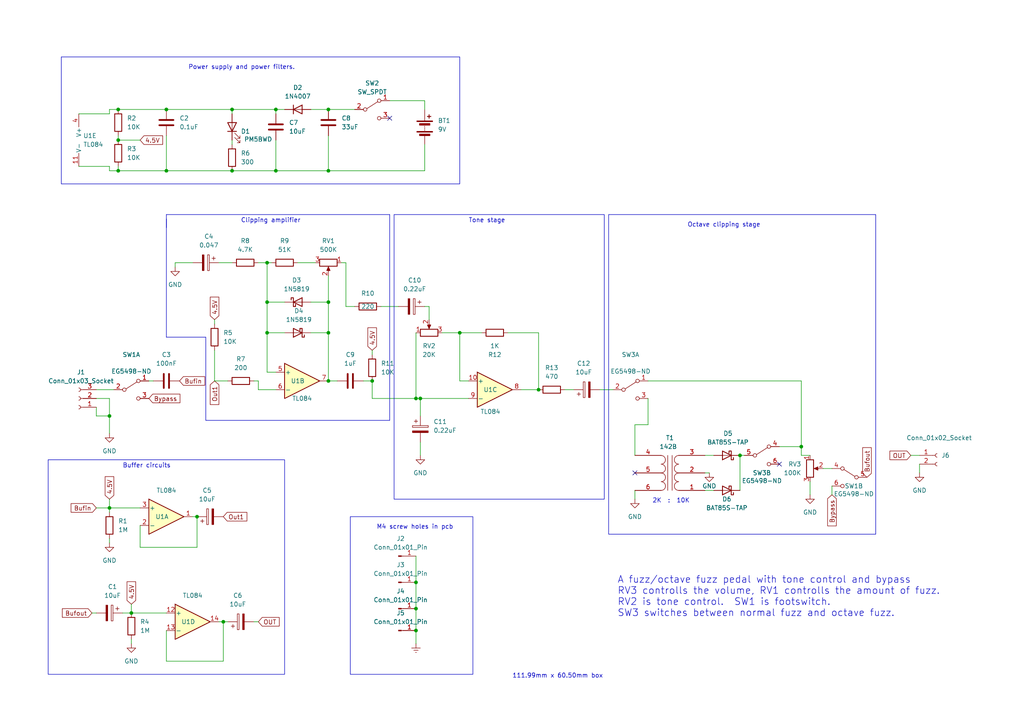
<source format=kicad_sch>
(kicad_sch (version 20230121) (generator eeschema)
  (paper "A4")
  (lib_symbols
    (symbol "Amplifier_Operational:TL084" (pin_names (offset 0.127))
      (property "Reference" "U" (at 0 5.08 0))
      (property "Value" "TL084" (at 0 -5.08 0))
      (symbol "TL084_1_1"
        (polyline (pts (xy -5.08 5.08) (xy 5.08 0) (xy -5.08 -5.08) (xy -5.08 5.08)) (stroke (width 0.254)) (fill (type background)))
        (pin output line (at 7.62 0 180) (length 2.54) (name "~") (number "1"))
        (pin input line (at -7.62 -2.54 0) (length 2.54) (name "-") (number "2"))
        (pin input line (at -7.62 2.54 0) (length 2.54) (name "+") (number "3"))
      )
      (symbol "TL084_2_1"
        (polyline (pts (xy -5.08 5.08) (xy 5.08 0) (xy -5.08 -5.08) (xy -5.08 5.08)) (stroke (width 0.254)) (fill (type background)))
        (pin input line (at -7.62 2.54 0) (length 2.54) (name "+") (number "5"))
        (pin input line (at -7.62 -2.54 0) (length 2.54) (name "-") (number "6"))
        (pin output line (at 7.62 0 180) (length 2.54) (name "~") (number "7"))
      )
      (symbol "TL084_3_1"
        (polyline (pts (xy -5.08 5.08) (xy 5.08 0) (xy -5.08 -5.08) (xy -5.08 5.08)) (stroke (width 0.254)) (fill (type background)))
        (pin input line (at -7.62 2.54 0) (length 2.54) (name "+") (number "10"))
        (pin output line (at 7.62 0 180) (length 2.54) (name "~") (number "8"))
        (pin input line (at -7.62 -2.54 0) (length 2.54) (name "-") (number "9"))
      )
      (symbol "TL084_4_1"
        (polyline (pts (xy -5.08 5.08) (xy 5.08 0) (xy -5.08 -5.08) (xy -5.08 5.08)) (stroke (width 0.254)) (fill (type background)))
        (pin input line (at -7.62 2.54 0) (length 2.54) (name "+") (number "12"))
        (pin input line (at -7.62 -2.54 0) (length 2.54) (name "-") (number "13"))
        (pin output line (at 7.62 0 180) (length 2.54) (name "~") (number "14"))
      )
      (symbol "TL084_5_1"
        (pin power_in line (at -2.54 -7.62 90) (length 3.81) (name "V-") (number "11"))
        (pin power_in line (at -2.54 7.62 270) (length 3.81) (name "V+") (number "4"))
      )
    )
    (symbol "Connector:Conn_01x01_Pin" (pin_names (offset 1.016) hide)
      (property "Reference" "J" (at 0 2.54 0))
      (property "Value" "Conn_01x01_Pin" (at 0 -2.54 0))
      (symbol "Conn_01x01_Pin_1_1"
        (polyline (pts (xy 1.27 0) (xy 0.8636 0)) (stroke (width 0.1524)))
        (rectangle (start 0.8636 0.127) (end 0 -0.127) (stroke (width 0.1524)) (fill (type outline)))
        (pin passive line (at 5.08 0 180) (length 3.81) (name "Pin_1") (number "1"))
      )
    )
    (symbol "Connector:Conn_01x02_Socket" (pin_names (offset 1.016) hide)
      (property "Reference" "J" (at 0 2.54 0))
      (property "Value" "Conn_01x02_Socket" (at 0 -5.08 0))
      (symbol "Conn_01x02_Socket_1_1"
        (arc (start 0 -2.032) (mid -0.5058 -2.54) (end 0 -3.048) (stroke (width 0.1524)))
        (polyline (pts (xy -1.27 -2.54) (xy -0.508 -2.54)) (stroke (width 0.1524)))
        (polyline (pts (xy -1.27 0) (xy -0.508 0)) (stroke (width 0.1524)))
        (arc (start 0 0.508) (mid -0.5058 0) (end 0 -0.508) (stroke (width 0.1524)))
        (pin passive line (at -5.08 0 0) (length 3.81) (name "Pin_1") (number "1"))
        (pin passive line (at -5.08 -2.54 0) (length 3.81) (name "Pin_2") (number "2"))
      )
    )
    (symbol "Connector:Conn_01x03_Socket" (pin_names (offset 1.016) hide)
      (property "Reference" "J" (at 0 5.08 0))
      (property "Value" "Conn_01x03_Socket" (at 0 -5.08 0))
      (symbol "Conn_01x03_Socket_1_1"
        (arc (start 0 -2.032) (mid -0.5058 -2.54) (end 0 -3.048) (stroke (width 0.1524)))
        (polyline (pts (xy -1.27 -2.54) (xy -0.508 -2.54)) (stroke (width 0.1524)))
        (polyline (pts (xy -1.27 0) (xy -0.508 0)) (stroke (width 0.1524)))
        (polyline (pts (xy -1.27 2.54) (xy -0.508 2.54)) (stroke (width 0.1524)))
        (arc (start 0 0.508) (mid -0.5058 0) (end 0 -0.508) (stroke (width 0.1524)))
        (arc (start 0 3.048) (mid -0.5058 2.54) (end 0 2.032) (stroke (width 0.1524)))
        (pin passive line (at -5.08 2.54 0) (length 3.81) (name "Pin_1") (number "1"))
        (pin passive line (at -5.08 0 0) (length 3.81) (name "Pin_2") (number "2"))
        (pin passive line (at -5.08 -2.54 0) (length 3.81) (name "Pin_3") (number "3"))
      )
    )
    (symbol "Device:Battery" (pin_numbers hide) (pin_names (offset 0) hide)
      (property "Reference" "BT" (at 2.54 2.54 0))
      (property "Value" "Battery" (at 2.54 0 0))
      (symbol "Battery_0_1"
        (rectangle (start -2.286 -1.27) (end 2.286 -1.524) (fill (type outline)))
        (rectangle (start -2.286 1.778) (end 2.286 1.524) (fill (type outline)))
        (rectangle (start -1.524 -2.032) (end 1.524 -2.54) (fill (type outline)))
        (rectangle (start -1.524 1.016) (end 1.524 0.508) (fill (type outline)))
        (polyline (pts (xy 0 -1.016) (xy 0 -0.762)))
        (polyline (pts (xy 0 -0.508) (xy 0 -0.254)))
        (polyline (pts (xy 0 0) (xy 0 0.254)))
        (polyline (pts (xy 0 1.778) (xy 0 2.54)))
        (polyline (pts (xy 0.762 3.048) (xy 1.778 3.048)) (stroke (width 0.254)))
        (polyline (pts (xy 1.27 3.556) (xy 1.27 2.54)) (stroke (width 0.254)))
      )
      (symbol "Battery_1_1"
        (pin passive line (at 0 5.08 270) (length 2.54) (name "+") (number "1"))
        (pin passive line (at 0 -5.08 90) (length 2.54) (name "-") (number "2"))
      )
    )
    (symbol "Device:C" (pin_numbers hide) (pin_names (offset 0.254))
      (property "Reference" "C" (at 0.635 2.54 0))
      (property "Value" "C" (at 0.635 -2.54 0))
      (symbol "C_0_1"
        (polyline (pts (xy -2.032 -0.762) (xy 2.032 -0.762)) (stroke (width 0.508)))
        (polyline (pts (xy -2.032 0.762) (xy 2.032 0.762)) (stroke (width 0.508)))
      )
      (symbol "C_1_1"
        (pin passive line (at 0 3.81 270) (length 2.794) (name "~") (number "1"))
        (pin passive line (at 0 -3.81 90) (length 2.794) (name "~") (number "2"))
      )
    )
    (symbol "Device:C_Polarized" (pin_numbers hide) (pin_names (offset 0.254))
      (property "Reference" "C" (at 0.635 2.54 0))
      (property "Value" "C_Polarized" (at 0.635 -2.54 0))
      (symbol "C_Polarized_0_1"
        (rectangle (start -2.286 0.508) (end 2.286 1.016))
        (polyline (pts (xy -1.778 2.286) (xy -0.762 2.286)))
        (polyline (pts (xy -1.27 2.794) (xy -1.27 1.778)))
        (rectangle (start 2.286 -0.508) (end -2.286 -1.016) (fill (type outline)))
      )
      (symbol "C_Polarized_1_1"
        (pin passive line (at 0 3.81 270) (length 2.794) (name "~") (number "1"))
        (pin passive line (at 0 -3.81 90) (length 2.794) (name "~") (number "2"))
      )
    )
    (symbol "Device:D" (pin_numbers hide) (pin_names (offset 1.016) hide)
      (property "Reference" "D" (at 0 2.54 0))
      (property "Value" "D" (at 0 -2.54 0))
      (symbol "D_0_1"
        (polyline (pts (xy -1.27 1.27) (xy -1.27 -1.27)) (stroke (width 0.254)))
        (polyline (pts (xy 1.27 0) (xy -1.27 0)))
        (polyline (pts (xy 1.27 1.27) (xy 1.27 -1.27) (xy -1.27 0) (xy 1.27 1.27)) (stroke (width 0.254)))
      )
      (symbol "D_1_1"
        (pin passive line (at -3.81 0 0) (length 2.54) (name "K") (number "1"))
        (pin passive line (at 3.81 0 180) (length 2.54) (name "A") (number "2"))
      )
    )
    (symbol "Device:D_Schottky" (pin_numbers hide) (pin_names (offset 1.016) hide)
      (property "Reference" "D" (at 0 2.54 0))
      (property "Value" "D_Schottky" (at 0 -2.54 0))
      (symbol "D_Schottky_0_1"
        (polyline (pts (xy 1.27 0) (xy -1.27 0)))
        (polyline (pts (xy 1.27 1.27) (xy 1.27 -1.27) (xy -1.27 0) (xy 1.27 1.27)) (stroke (width 0.254)))
        (polyline (pts (xy -1.905 0.635) (xy -1.905 1.27) (xy -1.27 1.27) (xy -1.27 -1.27) (xy -0.635 -1.27) (xy -0.635 -0.635)) (stroke (width 0.254)))
      )
      (symbol "D_Schottky_1_1"
        (pin passive line (at -3.81 0 0) (length 2.54) (name "K") (number "1"))
        (pin passive line (at 3.81 0 180) (length 2.54) (name "A") (number "2"))
      )
    )
    (symbol "Device:LED" (pin_numbers hide) (pin_names (offset 1.016) hide)
      (property "Reference" "D" (at 0 2.54 0))
      (property "Value" "LED" (at 0 -2.54 0))
      (symbol "LED_0_1"
        (polyline (pts (xy -1.27 -1.27) (xy -1.27 1.27)) (stroke (width 0.254)))
        (polyline (pts (xy -1.27 0) (xy 1.27 0)))
        (polyline (pts (xy 1.27 -1.27) (xy 1.27 1.27) (xy -1.27 0) (xy 1.27 -1.27)) (stroke (width 0.254)))
        (polyline (pts (xy -3.048 -0.762) (xy -4.572 -2.286) (xy -3.81 -2.286) (xy -4.572 -2.286) (xy -4.572 -1.524)))
        (polyline (pts (xy -1.778 -0.762) (xy -3.302 -2.286) (xy -2.54 -2.286) (xy -3.302 -2.286) (xy -3.302 -1.524)))
      )
      (symbol "LED_1_1"
        (pin passive line (at -3.81 0 0) (length 2.54) (name "K") (number "1"))
        (pin passive line (at 3.81 0 180) (length 2.54) (name "A") (number "2"))
      )
    )
    (symbol "Device:R" (pin_numbers hide) (pin_names (offset 0))
      (property "Reference" "R" (at 2.032 0 90))
      (property "Value" "R" (at 0 0 90))
      (symbol "R_0_1"
        (rectangle (start -1.016 -2.54) (end 1.016 2.54) (stroke (width 0.254)))
      )
      (symbol "R_1_1"
        (pin passive line (at 0 3.81 270) (length 1.27) (name "~") (number "1"))
        (pin passive line (at 0 -3.81 90) (length 1.27) (name "~") (number "2"))
      )
    )
    (symbol "Device:R_Potentiometer" (pin_names (offset 1.016) hide)
      (property "Reference" "RV" (at -4.445 0 90))
      (property "Value" "R_Potentiometer" (at -2.54 0 90))
      (symbol "R_Potentiometer_0_1"
        (polyline (pts (xy 2.54 0) (xy 1.524 0)))
        (polyline (pts (xy 1.143 0) (xy 2.286 0.508) (xy 2.286 -0.508) (xy 1.143 0)) (fill (type outline)))
        (rectangle (start 1.016 2.54) (end -1.016 -2.54) (stroke (width 0.254)))
      )
      (symbol "R_Potentiometer_1_1"
        (pin passive line (at 0 3.81 270) (length 1.27) (name "1") (number "1"))
        (pin passive line (at 3.81 0 180) (length 1.27) (name "2") (number "2"))
        (pin passive line (at 0 -3.81 90) (length 1.27) (name "3") (number "3"))
      )
    )
    (symbol "Device:Transformer_SP_1S" (pin_names (offset 1.016) hide)
      (property "Reference" "T1" (at 0.0127 10.16 0))
      (property "Value" "Transformer_SP_1S" (at 0.0127 7.62 0))
      (symbol "Transformer_SP_1S_0_1"
        (arc (start -2.54 -5.0546) (mid -1.6599 -4.6901) (end -1.27 -3.81))
        (arc (start -2.54 -2.5146) (mid -1.6599 -2.1501) (end -1.27 -1.27))
        (arc (start -2.54 0.0254) (mid -1.6599 0.3899) (end -1.27 1.27))
        (arc (start -2.54 2.5654) (mid -1.6599 2.9299) (end -1.27 3.81))
        (arc (start -1.27 -3.81) (mid -1.642 -2.912) (end -2.54 -2.54))
        (arc (start -1.27 -1.27) (mid -1.642 -0.372) (end -2.54 0))
        (arc (start -1.27 1.27) (mid -1.642 2.168) (end -2.54 2.54))
        (arc (start -1.27 3.81) (mid -1.642 4.708) (end -2.54 5.08))
        (polyline (pts (xy -0.635 5.08) (xy -0.635 -5.08)))
        (polyline (pts (xy 0.635 -5.08) (xy 0.635 5.08)))
        (arc (start 1.2954 -1.27) (mid 1.6599 -2.1501) (end 2.54 -2.5146))
        (arc (start 1.2954 1.27) (mid 1.6599 0.3899) (end 2.54 0.0254))
        (arc (start 1.2954 3.81) (mid 1.6599 2.9299) (end 2.54 2.5654))
        (arc (start 1.3208 -3.81) (mid 1.6853 -4.6901) (end 2.5654 -5.0546))
        (arc (start 2.54 0) (mid 1.642 -0.372) (end 1.2954 -1.27))
        (arc (start 2.54 2.54) (mid 1.642 2.168) (end 1.2954 1.27))
        (arc (start 2.54 5.08) (mid 1.642 4.708) (end 1.2954 3.81))
        (arc (start 2.5654 -2.54) (mid 1.6674 -2.912) (end 1.3208 -3.81))
      )
      (symbol "Transformer_SP_1S_1_1"
        (pin passive line (at -10.16 5.08 0) (length 7.62) (name "PR1") (number "1"))
        (pin passive line (at -10.16 0 0) (length 7.62) (name "PM") (number "2"))
        (pin passive line (at -10.16 -5.08 0) (length 7.62) (name "PR2") (number "3"))
        (pin passive line (at 10.16 -5.08 180) (length 7.62) (name "S1") (number "4"))
        (pin passive line (at 10.16 0 180) (length 7.62) (name "S2") (number "5"))
        (pin passive line (at 10.16 5.08 180) (length 7.62) (name "S2") (number "6"))
      )
    )
    (symbol "Diode:1N5712" (pin_numbers hide) (pin_names (offset 1.016) hide)
      (property "Reference" "D" (at 0 2.54 0))
      (property "Value" "1N5712" (at 0 -2.54 0))
      (symbol "1N5712_0_1"
        (polyline (pts (xy 1.27 0) (xy -1.27 0)))
        (polyline (pts (xy 1.27 1.27) (xy 1.27 -1.27) (xy -1.27 0) (xy 1.27 1.27)) (stroke (width 0.254)))
        (polyline (pts (xy -1.905 0.635) (xy -1.905 1.27) (xy -1.27 1.27) (xy -1.27 -1.27) (xy -0.635 -1.27) (xy -0.635 -0.635)) (stroke (width 0.254)))
      )
      (symbol "1N5712_1_1"
        (pin passive line (at -3.81 0 0) (length 2.54) (name "K") (number "1"))
        (pin passive line (at 3.81 0 180) (length 2.54) (name "A") (number "2"))
      )
    )
    (symbol "Switch:SW_DPDT_x2" (pin_names (offset 0) hide)
      (property "Reference" "SW" (at 0 4.318 0))
      (property "Value" "SW_DPDT_x2" (at 0 -5.08 0))
      (symbol "SW_DPDT_x2_0_0"
        (circle (center -2.032 0) (radius 0.508))
        (circle (center 2.032 -2.54) (radius 0.508))
      )
      (symbol "SW_DPDT_x2_0_1"
        (polyline (pts (xy -1.524 0.254) (xy 1.651 2.286)))
        (circle (center 2.032 2.54) (radius 0.508))
      )
      (symbol "SW_DPDT_x2_1_1"
        (pin passive line (at 5.08 2.54 180) (length 2.54) (name "A") (number "1"))
        (pin passive line (at -5.08 0 0) (length 2.54) (name "B") (number "2"))
        (pin passive line (at 5.08 -2.54 180) (length 2.54) (name "C") (number "3"))
      )
      (symbol "SW_DPDT_x2_2_1"
        (pin passive line (at 5.08 2.54 180) (length 2.54) (name "A") (number "4"))
        (pin passive line (at -5.08 0 0) (length 2.54) (name "B") (number "5"))
        (pin passive line (at 5.08 -2.54 180) (length 2.54) (name "C") (number "6"))
      )
    )
    (symbol "Switch:SW_SPDT" (pin_names (offset 0) hide)
      (property "Reference" "SW" (at 0 4.318 0))
      (property "Value" "SW_SPDT" (at 0 -5.08 0))
      (symbol "SW_SPDT_0_0"
        (circle (center -2.032 0) (radius 0.508))
        (circle (center 2.032 -2.54) (radius 0.508))
      )
      (symbol "SW_SPDT_0_1"
        (polyline (pts (xy -1.524 0.254) (xy 1.651 2.286)))
        (circle (center 2.032 2.54) (radius 0.508))
      )
      (symbol "SW_SPDT_1_1"
        (pin passive line (at 5.08 2.54 180) (length 2.54) (name "A") (number "1"))
        (pin passive line (at -5.08 0 0) (length 2.54) (name "B") (number "2"))
        (pin passive line (at 5.08 -2.54 180) (length 2.54) (name "C") (number "3"))
      )
    )
    (symbol "power:Earth" (power) (pin_names (offset 0))
      (symbol "Earth_0_1"
        (polyline (pts (xy -0.635 -1.905) (xy 0.635 -1.905)))
        (polyline (pts (xy -0.127 -2.54) (xy 0.127 -2.54)))
        (polyline (pts (xy 0 -1.27) (xy 0 0)))
        (polyline (pts (xy 1.27 -1.27) (xy -1.27 -1.27)))
      )
      (symbol "Earth_1_1"
        (pin power_in line (at 0 0 270) (length 0) hide (name "Earth") (number "1"))
      )
    )
    (symbol "power:GND" (power) (pin_names (offset 0))
      (property "Value" "GND" (at 0 -3.81 0))
      (symbol "GND_0_1"
        (polyline (pts (xy 0 0) (xy 0 -1.27) (xy 1.27 -1.27) (xy 0 -2.54) (xy -1.27 -1.27) (xy 0 -1.27)))
      )
      (symbol "GND_1_1"
        (pin power_in line (at 0 0 270) (length 0) hide (name "GND") (number "1"))
      )
    )
  )
  (junction (at 107.95 110.49))
  (junction (at 156.21 113.03))
  (junction (at 67.31 49.53))
  (junction (at 34.29 49.53))
  (junction (at 120.65 115.57))
  (junction (at 38.1 177.8))
  (junction (at 34.29 31.75))
  (junction (at 133.35 96.52))
  (junction (at 48.26 31.75))
  (junction (at 95.25 110.49))
  (junction (at 77.47 87.63))
  (junction (at 80.01 31.75))
  (junction (at 57.15 149.86))
  (junction (at 120.65 176.53))
  (junction (at 95.25 96.52))
  (junction (at 77.47 96.52))
  (junction (at 31.75 120.65))
  (junction (at 48.26 49.53))
  (junction (at 232.41 129.54))
  (junction (at 95.25 49.53))
  (junction (at 77.47 76.2))
  (junction (at 34.29 40.64))
  (junction (at 95.25 31.75))
  (junction (at 80.01 49.53))
  (junction (at 121.92 115.57))
  (junction (at 67.31 31.75))
  (junction (at 120.65 168.91))
  (junction (at 95.25 87.63))
  (junction (at 64.77 180.34))
  (junction (at 214.63 132.08))
  (junction (at 31.75 147.32))
  (junction (at 120.65 182.88))
  (no_connect (at 184.15 137.16))
  (no_connect (at 113.03 34.29))
  (no_connect (at 226.06 134.62))
  (wire (pts (xy 90.17 96.52) (xy 95.25 96.52)))
  (wire (pts (xy 62.23 92.71) (xy 62.23 93.98)))
  (wire (pts (xy 163.83 113.03) (xy 166.37 113.03)))
  (wire (pts (xy 90.17 87.63) (xy 95.25 87.63)))
  (wire (pts (xy 214.63 132.08) (xy 214.63 142.24)))
  (wire (pts (xy 34.29 49.53) (xy 48.26 49.53)))
  (wire (pts (xy 74.93 113.03) (xy 80.01 113.03)))
  (wire (pts (xy 120.65 161.29) (xy 120.65 168.91)))
  (wire (pts (xy 121.92 115.57) (xy 120.65 115.57)))
  (wire (pts (xy 95.25 39.37) (xy 95.25 49.53)))
  (wire (pts (xy 124.46 92.71) (xy 124.46 88.9)))
  (wire (pts (xy 22.86 33.02) (xy 31.75 33.02)))
  (polyline (pts (xy 59.69 121.92) (xy 113.03 121.92)))
  (wire (pts (xy 40.64 152.4) (xy 40.64 158.75)))
  (wire (pts (xy 27.94 118.11) (xy 27.94 120.65)))
  (wire (pts (xy 73.66 110.49) (xy 74.93 110.49)))
  (wire (pts (xy 204.47 132.08) (xy 207.01 132.08)))
  (wire (pts (xy 77.47 107.95) (xy 80.01 107.95)))
  (wire (pts (xy 120.65 182.88) (xy 120.65 186.69)))
  (wire (pts (xy 57.15 158.75) (xy 40.64 158.75)))
  (wire (pts (xy 151.13 113.03) (xy 156.21 113.03)))
  (wire (pts (xy 204.47 142.24) (xy 207.01 142.24)))
  (wire (pts (xy 99.06 76.2) (xy 100.33 76.2)))
  (wire (pts (xy 187.96 110.49) (xy 232.41 110.49)))
  (wire (pts (xy 80.01 49.53) (xy 95.25 49.53)))
  (wire (pts (xy 120.65 176.53) (xy 120.65 182.88)))
  (wire (pts (xy 128.27 96.52) (xy 133.35 96.52)))
  (wire (pts (xy 31.75 148.59) (xy 31.75 147.32)))
  (wire (pts (xy 64.77 191.77) (xy 48.26 191.77)))
  (wire (pts (xy 90.17 31.75) (xy 95.25 31.75)))
  (wire (pts (xy 156.21 96.52) (xy 156.21 113.03)))
  (wire (pts (xy 26.67 177.8) (xy 27.94 177.8)))
  (wire (pts (xy 139.7 96.52) (xy 133.35 96.52)))
  (wire (pts (xy 184.15 142.24) (xy 184.15 144.78)))
  (wire (pts (xy 31.75 156.21) (xy 31.75 157.48)))
  (wire (pts (xy 63.5 76.2) (xy 67.31 76.2)))
  (polyline (pts (xy 113.03 62.23) (xy 48.26 62.23)))
  (wire (pts (xy 57.15 149.86) (xy 57.15 158.75)))
  (wire (pts (xy 77.47 96.52) (xy 77.47 107.95)))
  (wire (pts (xy 48.26 191.77) (xy 48.26 182.88)))
  (wire (pts (xy 204.47 137.16) (xy 205.74 137.16)))
  (wire (pts (xy 67.31 31.75) (xy 67.31 33.02)))
  (wire (pts (xy 102.87 88.9) (xy 100.33 88.9)))
  (polyline (pts (xy 48.26 63.5) (xy 48.26 97.79)))
  (polyline (pts (xy 113.03 121.92) (xy 113.03 62.23)))
  (wire (pts (xy 48.26 31.75) (xy 67.31 31.75)))
  (wire (pts (xy 147.32 96.52) (xy 156.21 96.52)))
  (wire (pts (xy 67.31 49.53) (xy 80.01 49.53)))
  (wire (pts (xy 43.18 110.49) (xy 44.45 110.49)))
  (wire (pts (xy 35.56 177.8) (xy 38.1 177.8)))
  (wire (pts (xy 67.31 40.64) (xy 67.31 41.91)))
  (polyline (pts (xy 59.69 97.79) (xy 59.69 121.92)))
  (wire (pts (xy 135.89 115.57) (xy 121.92 115.57)))
  (wire (pts (xy 67.31 31.75) (xy 80.01 31.75)))
  (wire (pts (xy 31.75 49.53) (xy 34.29 49.53)))
  (wire (pts (xy 234.95 139.7) (xy 234.95 143.51)))
  (wire (pts (xy 27.94 120.65) (xy 31.75 120.65)))
  (wire (pts (xy 74.93 113.03) (xy 74.93 110.49)))
  (wire (pts (xy 27.94 113.03) (xy 33.02 113.03)))
  (wire (pts (xy 50.8 76.2) (xy 50.8 77.47)))
  (wire (pts (xy 31.75 120.65) (xy 31.75 125.73)))
  (wire (pts (xy 77.47 87.63) (xy 82.55 87.63)))
  (wire (pts (xy 31.75 31.75) (xy 34.29 31.75)))
  (polyline (pts (xy 48.26 97.79) (xy 59.69 97.79)))
  (wire (pts (xy 95.25 49.53) (xy 123.19 49.53)))
  (wire (pts (xy 38.1 185.42) (xy 38.1 186.69)))
  (wire (pts (xy 74.93 76.2) (xy 77.47 76.2)))
  (wire (pts (xy 187.96 115.57) (xy 187.96 123.19)))
  (polyline (pts (xy 48.26 62.23) (xy 48.26 66.04)))
  (wire (pts (xy 264.16 132.08) (xy 266.7 132.08)))
  (wire (pts (xy 105.41 110.49) (xy 107.95 110.49)))
  (wire (pts (xy 27.94 147.32) (xy 31.75 147.32)))
  (wire (pts (xy 238.76 135.89) (xy 241.3 135.89)))
  (wire (pts (xy 48.26 39.37) (xy 48.26 49.53)))
  (wire (pts (xy 120.65 115.57) (xy 107.95 115.57)))
  (wire (pts (xy 31.75 31.75) (xy 31.75 33.02)))
  (wire (pts (xy 123.19 31.75) (xy 123.19 29.21)))
  (wire (pts (xy 34.29 40.64) (xy 40.64 40.64)))
  (wire (pts (xy 73.66 180.34) (xy 74.93 180.34)))
  (wire (pts (xy 133.35 110.49) (xy 135.89 110.49)))
  (wire (pts (xy 95.25 110.49) (xy 97.79 110.49)))
  (wire (pts (xy 57.15 149.86) (xy 55.88 149.86)))
  (wire (pts (xy 187.96 123.19) (xy 184.15 123.19)))
  (wire (pts (xy 226.06 129.54) (xy 232.41 129.54)))
  (wire (pts (xy 100.33 88.9) (xy 100.33 76.2)))
  (wire (pts (xy 77.47 96.52) (xy 82.55 96.52)))
  (wire (pts (xy 48.26 49.53) (xy 67.31 49.53)))
  (wire (pts (xy 27.94 115.57) (xy 31.75 115.57)))
  (wire (pts (xy 232.41 129.54) (xy 232.41 132.08)))
  (wire (pts (xy 214.63 132.08) (xy 215.9 132.08)))
  (wire (pts (xy 241.3 140.97) (xy 241.3 143.51)))
  (wire (pts (xy 31.75 48.26) (xy 31.75 49.53)))
  (wire (pts (xy 34.29 31.75) (xy 48.26 31.75)))
  (wire (pts (xy 232.41 132.08) (xy 234.95 132.08)))
  (wire (pts (xy 55.88 76.2) (xy 50.8 76.2)))
  (wire (pts (xy 62.23 110.49) (xy 66.04 110.49)))
  (wire (pts (xy 64.77 180.34) (xy 64.77 191.77)))
  (wire (pts (xy 123.19 88.9) (xy 124.46 88.9)))
  (wire (pts (xy 34.29 48.26) (xy 34.29 49.53)))
  (wire (pts (xy 77.47 76.2) (xy 78.74 76.2)))
  (wire (pts (xy 133.35 96.52) (xy 133.35 110.49)))
  (wire (pts (xy 121.92 128.27) (xy 121.92 132.08)))
  (wire (pts (xy 38.1 175.26) (xy 38.1 177.8)))
  (wire (pts (xy 107.95 101.6) (xy 107.95 102.87)))
  (wire (pts (xy 80.01 40.64) (xy 80.01 49.53)))
  (wire (pts (xy 31.75 147.32) (xy 40.64 147.32)))
  (wire (pts (xy 110.49 88.9) (xy 115.57 88.9)))
  (wire (pts (xy 95.25 31.75) (xy 102.87 31.75)))
  (wire (pts (xy 80.01 33.02) (xy 80.01 31.75)))
  (wire (pts (xy 22.86 48.26) (xy 31.75 48.26)))
  (wire (pts (xy 62.23 101.6) (xy 62.23 110.49)))
  (wire (pts (xy 120.65 168.91) (xy 120.65 176.53)))
  (wire (pts (xy 31.75 144.78) (xy 31.75 147.32)))
  (wire (pts (xy 121.92 115.57) (xy 121.92 120.65)))
  (wire (pts (xy 184.15 123.19) (xy 184.15 132.08)))
  (wire (pts (xy 64.77 180.34) (xy 66.04 180.34)))
  (wire (pts (xy 232.41 110.49) (xy 232.41 129.54)))
  (wire (pts (xy 77.47 76.2) (xy 77.47 87.63)))
  (wire (pts (xy 123.19 49.53) (xy 123.19 41.91)))
  (wire (pts (xy 80.01 31.75) (xy 82.55 31.75)))
  (wire (pts (xy 38.1 177.8) (xy 48.26 177.8)))
  (wire (pts (xy 95.25 87.63) (xy 95.25 96.52)))
  (wire (pts (xy 63.5 180.34) (xy 64.77 180.34)))
  (wire (pts (xy 173.99 113.03) (xy 177.8 113.03)))
  (wire (pts (xy 95.25 80.01) (xy 95.25 87.63)))
  (wire (pts (xy 95.25 96.52) (xy 95.25 110.49)))
  (wire (pts (xy 123.19 29.21) (xy 113.03 29.21)))
  (wire (pts (xy 31.75 115.57) (xy 31.75 120.65)))
  (wire (pts (xy 86.36 76.2) (xy 91.44 76.2)))
  (wire (pts (xy 77.47 87.63) (xy 77.47 96.52)))
  (wire (pts (xy 120.65 96.52) (xy 120.65 115.57)))
  (wire (pts (xy 266.7 134.62) (xy 266.7 137.16)))
  (wire (pts (xy 34.29 39.37) (xy 34.29 40.64)))
  (wire (pts (xy 107.95 115.57) (xy 107.95 110.49)))
  (rectangle (start 101.6 149.86) (end 137.16 195.58))
  (rectangle (start 13.97 133.35) (end 82.55 195.58))
  (rectangle (start 114.3 62.23) (end 175.26 144.78))
  (rectangle (start 17.78 16.51) (end 133.35 53.34))
  (rectangle (start 176.53 62.23) (end 254 154.94))
  (text "111.99mm x 60.50mm box" (at 148.59 196.85 0) (effects (font (size 1.27 1.27)) (justify left bottom)))
  (text "Octave clipping stage" (at 199.39 66.04 0) (effects (font (size 1.27 1.27)) (justify left bottom)))
  (text "A fuzz/octave fuzz pedal with tone control and bypass\nRV3 controlls the volume, RV1 controlls the amount of fuzz.\nRV2 is tone control.  SW1 is footswitch.\nSW3 switches between normal fuzz and octave fuzz. " (at 179.07 179.07 0) (effects (font (size 2 2)) (justify left bottom)))
  (text "2K  :  10K" (at 189.23 146.05 0) (effects (font (size 1.27 1.27)) (justify left bottom)))
  (text "Tone stage" (at 135.89 64.77 0) (effects (font (size 1.27 1.27)) (justify left bottom)))
  (text "Power supply and power filters." (at 54.61 20.32 0) (effects (font (size 1.27 1.27)) (justify left bottom)))
  (text "Clipping amplifier" (at 69.85 64.77 0) (effects (font (size 1.27 1.27)) (justify left bottom)))
  (text "M4 screw holes in pcb" (at 109.22 153.67 0) (effects (font (size 1.27 1.27)) (justify left bottom)))
  (text "Buffer circuits" (at 35.56 135.89 0) (effects (font (size 1.27 1.27)) (justify left bottom)))
  (global_label "OUT" (shape input) (at 264.16 132.08 180) (property "Intersheetrefs" "${INTERSHEET_REFS}" (effects hide)))
  (global_label "Bufin" (shape input) (at 52.07 110.49 0) (property "Intersheetrefs" "${INTERSHEET_REFS}" (effects hide)))
  (global_label "OUT" (shape input) (at 74.93 180.34 0) (property "Intersheetrefs" "${INTERSHEET_REFS}" (effects hide)))
  (global_label "Bufout" (shape input) (at 26.67 177.8 180) (property "Intersheetrefs" "${INTERSHEET_REFS}" (effects hide)))
  (global_label "4.5V" (shape input) (at 40.64 40.64 0) (property "Intersheetrefs" "${INTERSHEET_REFS}" (effects hide)))
  (global_label "Out1" (shape input) (at 64.77 149.86 0) (property "Intersheetrefs" "${INTERSHEET_REFS}" (effects hide)))
  (global_label "4.5V" (shape input) (at 62.23 92.71 90) (property "Intersheetrefs" "${INTERSHEET_REFS}" (effects hide)))
  (global_label "Out1" (shape input) (at 62.23 110.49 270) (property "Intersheetrefs" "${INTERSHEET_REFS}" (effects hide)))
  (global_label "4.5V" (shape input) (at 31.75 144.78 90) (property "Intersheetrefs" "${INTERSHEET_REFS}" (effects hide)))
  (global_label "Bufin" (shape input) (at 27.94 147.32 180) (property "Intersheetrefs" "${INTERSHEET_REFS}" (effects hide)))
  (global_label "Bufout" (shape input) (at 251.46 138.43 90) (property "Intersheetrefs" "${INTERSHEET_REFS}" (effects hide)))
  (global_label "4.5V" (shape input) (at 38.1 175.26 90) (property "Intersheetrefs" "${INTERSHEET_REFS}" (effects hide)))
  (global_label "Bypass" (shape input) (at 241.3 143.51 270) (property "Intersheetrefs" "${INTERSHEET_REFS}" (effects hide)))
  (global_label "Bypass" (shape input) (at 43.18 115.57 0) (property "Intersheetrefs" "${INTERSHEET_REFS}" (effects hide)))
  (global_label "4.5V" (shape input) (at 107.95 101.6 90) (property "Intersheetrefs" "${INTERSHEET_REFS}" (effects hide)))
  (symbol (lib_id "power:GND") (at 266.7 137.16 0) (unit 1)
    (property "Reference" "#PWR011" (effects hide))
    (property "Value" "GND" (at 266.7 142.24 0))
  )
  (symbol (lib_id "Diode:1N5712") (at 86.36 87.63 0) (unit 1)
    (property "Reference" "D3" (at 86.0425 81.28 0))
    (property "Value" "1N5819" (at 86.0425 83.82 0))
    (property "Footprint" "Diode_THT:D_DO-35_SOD27_P7.62mm_Horizontal" (effects hide))
    (property "Datasheet" "https://www.microsemi.com/document-portal/doc_download/8865-lds-0040-datasheet" (effects hide))
  )
  (symbol (lib_id "Switch:SW_DPDT_x2") (at 38.1 113.03 0) (unit 1)
    (property "Reference" "SW1" (at 38.1 102.87 0))
    (property "Value" "	\nEG5498-ND" (at 38.1 106.68 0))
    (property "Footprint" "Library-stomp:EG5498-ND" (effects hide))
  )
  (symbol (lib_id "Device:R") (at 71.12 76.2 90) (unit 1)
    (property "Reference" "R8" (at 71.12 69.85 90))
    (property "Value" "4.7K" (at 71.12 72.39 90))
    (property "Footprint" "Resistor_THT:R_Axial_DIN0204_L3.6mm_D1.6mm_P5.08mm_Horizontal" (effects hide))
  )
  (symbol (lib_id "Switch:SW_SPDT") (at 107.95 31.75 0) (unit 1)
    (property "Reference" "SW2" (at 107.95 24.13 0))
    (property "Value" "SW_SPDT" (at 107.95 26.67 0))
    (property "Footprint" "Connector_PinHeader_1.27mm:PinHeader_1x03_P1.27mm_Vertical" (effects hide))
  )
  (symbol (lib_id "Diode:1N5712") (at 86.36 96.52 180) (unit 1)
    (property "Reference" "D4" (at 86.6775 90.17 0))
    (property "Value" "1N5819" (at 86.6775 92.71 0))
    (property "Footprint" "Diode_THT:D_DO-35_SOD27_P7.62mm_Horizontal" (effects hide))
    (property "Datasheet" "https://www.microsemi.com/document-portal/doc_download/8865-lds-0040-datasheet" (effects hide))
  )
  (symbol (lib_id "Device:C_Polarized") (at 31.75 177.8 270) (unit 1)
    (property "Reference" "C1" (at 32.639 170.18 90))
    (property "Value" "10uF" (at 32.639 172.72 90))
    (property "Footprint" "Capacitor_THT:CP_Radial_D5.0mm_P2.50mm" (effects hide))
  )
  (symbol (lib_id "power:GND") (at 31.75 157.48 0) (unit 1)
    (property "Reference" "#PWR02" (effects hide))
    (property "Value" "GND" (at 31.75 162.56 0))
  )
  (symbol (lib_id "power:GND") (at 38.1 186.69 0) (unit 1)
    (property "Reference" "#PWR03" (effects hide))
    (property "Value" "GND" (at 38.1 191.77 0))
  )
  (symbol (lib_id "Device:C") (at 80.01 36.83 0) (unit 1)
    (property "Reference" "C7" (at 83.82 35.56 0) (effects (justify left)))
    (property "Value" "10uF" (at 83.82 38.1 0) (effects (justify left)))
    (property "Footprint" "Capacitor_THT:CP_Radial_D5.0mm_P2.50mm" (effects hide))
  )
  (symbol (lib_id "power:GND") (at 50.8 77.47 0) (unit 1)
    (property "Reference" "#PWR04" (effects hide))
    (property "Value" "GND" (at 50.8 82.55 0))
  )
  (symbol (lib_id "Switch:SW_DPDT_x2") (at 220.98 132.08 0) (unit 2)
    (property "Reference" "SW3" (at 220.98 137.16 0))
    (property "Value" "	\nEG5498-ND" (at 220.98 138.43 0))
    (property "Footprint" "Library-stomp:EG5498-ND" (effects hide))
  )
  (symbol (lib_id "Device:D_Schottky") (at 210.82 132.08 180) (unit 1)
    (property "Reference" "D5" (at 211.1375 125.73 0))
    (property "Value" "BAT85S-TAP" (at 211.1375 128.27 0))
    (property "Footprint" "Diode_THT:D_DO-35_SOD27_P7.62mm_Horizontal" (effects hide))
  )
  (symbol (lib_id "Device:C_Polarized") (at 119.38 88.9 270) (unit 1)
    (property "Reference" "C10" (at 120.269 81.28 90))
    (property "Value" "0.22uF" (at 120.269 83.82 90))
    (property "Footprint" "Capacitor_THT:CP_Radial_D5.0mm_P2.00mm" (effects hide))
  )
  (symbol (lib_id "Switch:SW_DPDT_x2") (at 246.38 138.43 0) (mirror y) (unit 2)
    (property "Reference" "SW1" (at 247.65 140.97 0))
    (property "Value" "	\nEG5498-ND" (at 247.65 142.24 0))
    (property "Footprint" "Library-stomp:EG5498-ND" (effects hide))
  )
  (symbol (lib_id "Device:D") (at 86.36 31.75 0) (unit 1)
    (property "Reference" "D2" (at 86.36 25.4 0))
    (property "Value" "1N4007" (at 86.36 27.94 0))
    (property "Footprint" "Diode_THT:D_DO-41_SOD81_P7.62mm_Horizontal" (effects hide))
    (property "Sim.Device" "D" (effects hide))
    (property "Sim.Pins" "1=K 2=A" (effects hide))
  )
  (symbol (lib_id "Device:Transformer_SP_1S") (at 194.31 137.16 180) (unit 1)
    (property "Reference" "T1" (at 194.2973 127 0))
    (property "Value" "142B " (at 194.2973 129.54 0))
    (property "Footprint" "Library-stomp:142B" (effects hide))
  )
  (symbol (lib_id "Device:R") (at 34.29 35.56 0) (unit 1)
    (property "Reference" "R2" (at 36.83 34.29 0) (effects (justify left)))
    (property "Value" "10K" (at 36.83 36.83 0) (effects (justify left)))
    (property "Footprint" "Resistor_THT:R_Axial_DIN0204_L3.6mm_D1.6mm_P5.08mm_Horizontal" (effects hide))
  )
  (symbol (lib_id "Device:R") (at 160.02 113.03 90) (unit 1)
    (property "Reference" "R13" (at 160.02 106.68 90))
    (property "Value" "470" (at 160.02 109.22 90))
    (property "Footprint" "Resistor_THT:R_Axial_DIN0204_L3.6mm_D1.6mm_P5.08mm_Horizontal" (effects hide))
  )
  (symbol (lib_id "Device:C") (at 48.26 35.56 0) (unit 1)
    (property "Reference" "C2" (at 52.07 34.29 0) (effects (justify left)))
    (property "Value" "0.1uF" (at 52.07 36.83 0) (effects (justify left)))
    (property "Footprint" "Capacitor_THT:CP_Radial_D4.0mm_P2.00mm" (effects hide))
  )
  (symbol (lib_id "Device:R") (at 31.75 152.4 0) (unit 1)
    (property "Reference" "R1" (at 34.29 151.13 0) (effects (justify left)))
    (property "Value" "1M" (at 34.29 153.67 0) (effects (justify left)))
    (property "Footprint" "Resistor_THT:R_Axial_DIN0204_L3.6mm_D1.6mm_P5.08mm_Horizontal" (effects hide))
  )
  (symbol (lib_id "Device:C") (at 48.26 110.49 90) (unit 1)
    (property "Reference" "C3" (at 48.26 102.87 90))
    (property "Value" "100nF" (at 48.26 105.41 90))
    (property "Footprint" "Capacitor_THT:CP_Radial_D5.0mm_P2.50mm" (effects hide))
  )
  (symbol (lib_id "Amplifier_Operational:TL084") (at 143.51 113.03 0) (unit 3)
    (property "Reference" "U1" (at 142.24 113.03 0))
    (property "Value" "TL084" (at 142.24 119.38 0))
    (property "Footprint" "Package_DIP:DIP-14_W7.62mm" (effects hide))
    (property "Datasheet" "http://www.ti.com/lit/ds/symlink/tl081.pdf" (effects hide))
  )
  (symbol (lib_id "Device:C") (at 101.6 110.49 90) (unit 1)
    (property "Reference" "C9" (at 101.6 102.87 90))
    (property "Value" "1uF" (at 101.6 105.41 90))
    (property "Footprint" "Capacitor_THT:CP_Radial_D4.0mm_P1.50mm" (effects hide))
  )
  (symbol (lib_id "Device:R") (at 106.68 88.9 90) (unit 1)
    (property "Reference" "R10" (at 106.68 85.09 90))
    (property "Value" "220" (at 106.68 88.9 90))
    (property "Footprint" "Resistor_THT:R_Axial_DIN0204_L3.6mm_D1.6mm_P5.08mm_Horizontal" (effects hide))
  )
  (symbol (lib_id "Device:C_Polarized") (at 121.92 124.46 0) (unit 1)
    (property "Reference" "C11" (at 125.73 122.301 0) (effects (justify left)))
    (property "Value" "0.22uF" (at 125.73 124.841 0) (effects (justify left)))
    (property "Footprint" "Capacitor_THT:CP_Radial_D5.0mm_P2.50mm" (effects hide))
  )
  (symbol (lib_id "Device:D_Schottky") (at 210.82 142.24 180) (unit 1)
    (property "Reference" "D6" (at 210.82 144.78 0))
    (property "Value" "BAT85S-TAP" (at 210.82 147.32 0))
    (property "Footprint" "Diode_THT:D_DO-35_SOD27_P7.62mm_Horizontal" (effects hide))
  )
  (symbol (lib_id "Amplifier_Operational:TL084") (at 55.88 180.34 0) (unit 4)
    (property "Reference" "U1" (at 54.61 180.34 0))
    (property "Value" "TL084" (at 55.88 172.72 0))
    (property "Footprint" "Package_DIP:DIP-14_W7.62mm" (effects hide))
    (property "Datasheet" "http://www.ti.com/lit/ds/symlink/tl081.pdf" (effects hide))
  )
  (symbol (lib_id "Amplifier_Operational:TL084") (at 48.26 149.86 0) (unit 1)
    (property "Reference" "U1" (at 46.99 149.86 0))
    (property "Value" "TL084" (at 48.26 142.24 0))
    (property "Footprint" "Package_DIP:DIP-14_W7.62mm" (effects hide))
    (property "Datasheet" "http://www.ti.com/lit/ds/symlink/tl081.pdf" (effects hide))
  )
  (symbol (lib_id "Device:R") (at 143.51 96.52 90) (mirror x) (unit 1)
    (property "Reference" "R12" (at 143.51 102.87 90))
    (property "Value" "1K" (at 143.51 100.33 90))
    (property "Footprint" "Resistor_THT:R_Axial_DIN0204_L3.6mm_D1.6mm_P5.08mm_Horizontal" (effects hide))
  )
  (symbol (lib_id "Connector:Conn_01x01_Pin") (at 115.57 176.53 0) (unit 1)
    (property "Reference" "J4" (at 116.205 171.45 0))
    (property "Value" "Conn_01x01_Pin" (at 116.205 173.99 0))
    (property "Footprint" "MountingHole:MountingHole_4.3mm_M4_DIN965_Pad" (effects hide))
  )
  (symbol (lib_id "Device:R") (at 82.55 76.2 90) (unit 1)
    (property "Reference" "R9" (at 82.55 69.85 90))
    (property "Value" "51K" (at 82.55 72.39 90))
    (property "Footprint" "Resistor_THT:R_Axial_DIN0204_L3.6mm_D1.6mm_P5.08mm_Horizontal" (effects hide))
  )
  (symbol (lib_id "Device:R") (at 62.23 97.79 0) (unit 1)
    (property "Reference" "R5" (at 64.77 96.52 0) (effects (justify left)))
    (property "Value" "10K" (at 64.77 99.06 0) (effects (justify left)))
    (property "Footprint" "Resistor_THT:R_Axial_DIN0204_L3.6mm_D1.6mm_P5.08mm_Horizontal" (effects hide))
  )
  (symbol (lib_id "power:GND") (at 234.95 143.51 0) (unit 1)
    (property "Reference" "#PWR010" (effects hide))
    (property "Value" "GND" (at 234.95 148.59 0))
  )
  (symbol (lib_id "Device:C_Polarized") (at 170.18 113.03 90) (unit 1)
    (property "Reference" "C12" (at 169.291 105.41 90))
    (property "Value" "10uF" (at 169.291 107.95 90))
    (property "Footprint" "Capacitor_THT:CP_Radial_D5.0mm_P2.50mm" (effects hide))
  )
  (symbol (lib_id "power:GND") (at 31.75 125.73 0) (unit 1)
    (property "Reference" "#PWR01" (effects hide))
    (property "Value" "GND" (at 31.75 130.81 0))
  )
  (symbol (lib_id "Device:R") (at 107.95 106.68 0) (unit 1)
    (property "Reference" "R11" (at 110.49 105.41 0) (effects (justify left)))
    (property "Value" "10K" (at 110.49 107.95 0) (effects (justify left)))
    (property "Footprint" "Resistor_THT:R_Axial_DIN0204_L3.6mm_D1.6mm_P5.08mm_Horizontal" (effects hide))
  )
  (symbol (lib_id "Connector:Conn_01x01_Pin") (at 115.57 161.29 0) (unit 1)
    (property "Reference" "J2" (at 116.205 156.21 0))
    (property "Value" "Conn_01x01_Pin" (at 116.205 158.75 0))
    (property "Footprint" "MountingHole:MountingHole_4.3mm_M4_DIN965_Pad" (effects hide))
  )
  (symbol (lib_id "Connector:Conn_01x02_Socket") (at 271.78 132.08 0) (unit 1)
    (property "Reference" "J6" (at 273.05 132.08 0) (effects (justify left)))
    (property "Value" "Conn_01x02_Socket" (at 262.89 127 0) (effects (justify left)))
    (property "Footprint" "Connector_PinHeader_2.00mm:PinHeader_1x02_P2.00mm_Vertical" (effects hide))
  )
  (symbol (lib_id "Device:R_Potentiometer") (at 124.46 96.52 90) (unit 1)
    (property "Reference" "RV2" (at 124.46 100.33 90))
    (property "Value" "20K" (at 124.46 102.87 90))
    (property "Footprint" "Connector_PinHeader_2.00mm:PinHeader_1x03_P2.00mm_Vertical" (effects hide))
  )
  (symbol (lib_id "Device:Battery") (at 123.19 36.83 0) (unit 1)
    (property "Reference" "BT1" (at 127 34.9885 0) (effects (justify left)))
    (property "Value" "9V" (at 127 37.5285 0) (effects (justify left)))
    (property "Footprint" "Connector_PinHeader_2.00mm:PinHeader_1x02_P2.00mm_Vertical" (effects hide))
  )
  (symbol (lib_id "power:GND") (at 121.92 132.08 0) (unit 1)
    (property "Reference" "#PWR07" (effects hide))
    (property "Value" "GND" (at 121.92 137.16 0))
  )
  (symbol (lib_id "Connector:Conn_01x01_Pin") (at 115.57 168.91 0) (unit 1)
    (property "Reference" "J3" (at 116.205 163.83 0))
    (property "Value" "Conn_01x01_Pin" (at 116.205 166.37 0))
    (property "Footprint" "MountingHole:MountingHole_4.3mm_M4_DIN965_Pad" (effects hide))
  )
  (symbol (lib_id "Device:R_Potentiometer") (at 234.95 135.89 0) (unit 1)
    (property "Reference" "RV3" (at 232.41 134.62 0) (effects (justify right)))
    (property "Value" "100K" (at 232.41 137.16 0) (effects (justify right)))
    (property "Footprint" "Connector_PinHeader_2.00mm:PinHeader_1x03_P2.00mm_Vertical" (effects hide))
  )
  (symbol (lib_id "Switch:SW_DPDT_x2") (at 182.88 113.03 0) (unit 1)
    (property "Reference" "SW3" (at 182.88 102.87 0))
    (property "Value" "	\nEG5498-ND" (at 182.88 106.68 0))
    (property "Footprint" "Library-stomp:EG5498-ND" (effects hide))
  )
  (symbol (lib_id "Amplifier_Operational:TL084") (at 25.4 40.64 0) (unit 5)
    (property "Reference" "U1" (at 24.13 39.37 0) (effects (justify left)))
    (property "Value" "TL084" (at 24.13 41.91 0) (effects (justify left)))
    (property "Footprint" "Package_DIP:DIP-14_W7.62mm" (effects hide))
    (property "Datasheet" "http://www.ti.com/lit/ds/symlink/tl081.pdf" (effects hide))
  )
  (symbol (lib_id "Device:R") (at 34.29 44.45 0) (unit 1)
    (property "Reference" "R3" (at 36.83 43.18 0) (effects (justify left)))
    (property "Value" "10K" (at 36.83 45.72 0) (effects (justify left)))
    (property "Footprint" "Resistor_THT:R_Axial_DIN0204_L3.6mm_D1.6mm_P5.08mm_Horizontal" (effects hide))
  )
  (symbol (lib_id "Amplifier_Operational:TL084") (at 87.63 110.49 0) (unit 2)
    (property "Reference" "U1" (at 86.36 110.49 0))
    (property "Value" "TL084" (at 87.63 115.57 0))
    (property "Footprint" "Package_DIP:DIP-14_W7.62mm" (effects hide))
    (property "Datasheet" "http://www.ti.com/lit/ds/symlink/tl081.pdf" (effects hide))
  )
  (symbol (lib_id "Device:R_Potentiometer") (at 95.25 76.2 270) (unit 1)
    (property "Reference" "RV1" (at 95.25 69.85 90))
    (property "Value" "500K" (at 95.25 72.39 90))
    (property "Footprint" "Connector_PinHeader_2.00mm:PinHeader_1x03_P2.00mm_Vertical" (effects hide))
  )
  (symbol (lib_id "Device:LED") (at 67.31 36.83 90) (unit 1)
    (property "Reference" "D1" (at 69.85 38.1 90) (effects (justify right)))
    (property "Value" "		\nPM5BWD" (at 69.85 39.37 90) (effects (justify right)))
    (property "Footprint" "Diode_THT:D_DO-35_SOD27_P7.62mm_Horizontal" (effects hide))
  )
  (symbol (lib_id "Device:R") (at 67.31 45.72 0) (unit 1)
    (property "Reference" "R6" (at 69.85 44.45 0) (effects (justify left)))
    (property "Value" "300" (at 69.85 46.99 0) (effects (justify left)))
    (property "Footprint" "Resistor_THT:R_Axial_DIN0204_L3.6mm_D1.6mm_P5.08mm_Horizontal" (effects hide))
  )
  (symbol (lib_id "Connector:Conn_01x01_Pin") (at 115.57 182.88 0) (unit 1)
    (property "Reference" "J5" (at 116.205 177.8 0))
    (property "Value" "Conn_01x01_Pin" (at 116.205 180.34 0))
    (property "Footprint" "MountingHole:MountingHole_4.3mm_M4_DIN965_Pad" (effects hide))
  )
  (symbol (lib_id "power:GND") (at 205.74 137.16 0) (unit 1)
    (property "Reference" "#PWR09" (effects hide))
    (property "Value" "GND" (at 205.74 140.97 0))
  )
  (symbol (lib_id "Device:R") (at 69.85 110.49 90) (unit 1)
    (property "Reference" "R7" (at 69.85 104.14 90))
    (property "Value" "200" (at 69.85 106.68 90))
    (property "Footprint" "Resistor_THT:R_Axial_DIN0204_L3.6mm_D1.6mm_P5.08mm_Horizontal" (effects hide))
  )
  (symbol (lib_id "power:Earth") (at 120.65 186.69 0) (unit 1)
    (property "Reference" "#PWR06" (effects hide))
    (property "Value" "Earth" (effects hide))
  )
  (symbol (lib_id "Device:C_Polarized") (at 69.85 180.34 90) (unit 1)
    (property "Reference" "C6" (at 68.961 172.72 90))
    (property "Value" "10uF" (at 68.961 175.26 90))
    (property "Footprint" "Capacitor_THT:CP_Radial_D5.0mm_P2.50mm" (effects hide))
  )
  (symbol (lib_id "power:GND") (at 184.15 144.78 0) (unit 1)
    (property "Reference" "#PWR08" (effects hide))
    (property "Value" "GND" (at 184.15 149.86 0))
  )
  (symbol (lib_id "Device:C") (at 95.25 35.56 0) (unit 1)
    (property "Reference" "C8" (at 99.06 34.29 0) (effects (justify left)))
    (property "Value" "33uF" (at 99.06 36.83 0) (effects (justify left)))
    (property "Footprint" "Capacitor_THT:CP_Radial_D7.5mm_P2.50mm" (effects hide))
  )
  (symbol (lib_id "Device:R") (at 38.1 181.61 0) (unit 1)
    (property "Reference" "R4" (at 40.64 180.34 0) (effects (justify left)))
    (property "Value" "1M" (at 40.64 182.88 0) (effects (justify left)))
    (property "Footprint" "Resistor_THT:R_Axial_DIN0204_L3.6mm_D1.6mm_P5.08mm_Horizontal" (effects hide))
  )
  (symbol (lib_id "Connector:Conn_01x03_Socket") (at 22.86 115.57 180) (unit 1)
    (property "Reference" "J1" (at 23.495 107.95 0))
    (property "Value" "Conn_01x03_Socket" (at 23.495 110.49 0))
    (property "Footprint" "Connector_PinHeader_2.00mm:PinHeader_1x03_P2.00mm_Vertical" (effects hide))
  )
  (symbol (lib_id "Device:C_Polarized") (at 60.96 149.86 90) (unit 1)
    (property "Reference" "C5" (at 60.071 142.24 90))
    (property "Value" "10uF" (at 60.071 144.78 90))
    (property "Footprint" "Capacitor_THT:CP_Radial_D5.0mm_P2.50mm" (effects hide))
  )
  (symbol (lib_id "Device:C_Polarized") (at 59.69 76.2 270) (unit 1)
    (property "Reference" "C4" (at 60.579 68.58 90))
    (property "Value" "0.047" (at 60.579 71.12 90))
    (property "Footprint" "Capacitor_THT:CP_Radial_D5.0mm_P2.00mm" (effects hide))
  )
)
</source>
